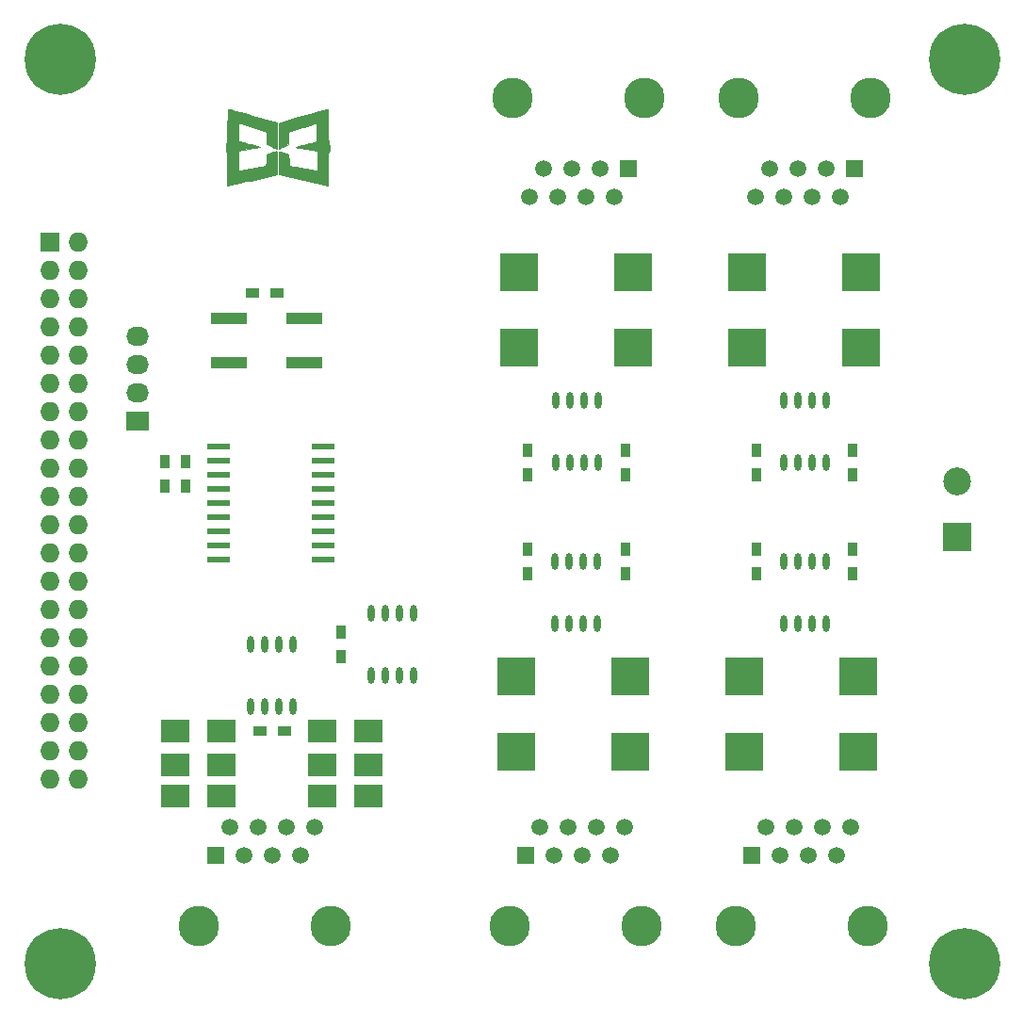
<source format=gts>
G04 #@! TF.FileFunction,Soldermask,Top*
%FSLAX46Y46*%
G04 Gerber Fmt 4.6, Leading zero omitted, Abs format (unit mm)*
G04 Created by KiCad (PCBNEW 4.0.4-stable) date Tue Nov 29 12:41:02 2016*
%MOMM*%
%LPD*%
G01*
G04 APERTURE LIST*
%ADD10C,0.100000*%
%ADD11C,0.010000*%
%ADD12R,1.727200X1.727200*%
%ADD13O,1.727200X1.727200*%
%ADD14R,3.200000X1.000000*%
%ADD15R,0.900000X1.200000*%
%ADD16R,3.500000X3.500000*%
%ADD17C,3.649980*%
%ADD18R,1.501140X1.501140*%
%ADD19C,1.501140*%
%ADD20C,2.500000*%
%ADD21R,2.500000X2.500000*%
%ADD22O,0.609600X1.473200*%
%ADD23R,2.000000X0.600000*%
%ADD24C,6.400000*%
%ADD25R,2.651760X2.029460*%
%ADD26R,1.200000X0.900000*%
%ADD27R,2.032000X1.727200*%
%ADD28O,2.032000X1.727200*%
G04 APERTURE END LIST*
D10*
D11*
G36*
X118576323Y-61210014D02*
X118662665Y-61230488D01*
X118794561Y-61264705D01*
X118964318Y-61310612D01*
X119164243Y-61366152D01*
X119386645Y-61429272D01*
X119453573Y-61448506D01*
X119694085Y-61517818D01*
X119981980Y-61600782D01*
X120303624Y-61693470D01*
X120645382Y-61791951D01*
X120993619Y-61892298D01*
X121334702Y-61990581D01*
X121642837Y-62079368D01*
X122936650Y-62452168D01*
X122936650Y-63606084D01*
X122936019Y-63869575D01*
X122934224Y-64111824D01*
X122931409Y-64325794D01*
X122927721Y-64504450D01*
X122923305Y-64640756D01*
X122918306Y-64727675D01*
X122912870Y-64758172D01*
X122912837Y-64758171D01*
X122876738Y-64745187D01*
X122793836Y-64710768D01*
X122675187Y-64659637D01*
X122531852Y-64596514D01*
X122476275Y-64571737D01*
X122063525Y-64387131D01*
X122031775Y-63220415D01*
X120777650Y-62831593D01*
X120507433Y-62747984D01*
X120256062Y-62670527D01*
X120030007Y-62601192D01*
X119835738Y-62541950D01*
X119679728Y-62494771D01*
X119568445Y-62461624D01*
X119508362Y-62444481D01*
X119499712Y-62442511D01*
X119493356Y-62472806D01*
X119487640Y-62558312D01*
X119482800Y-62690739D01*
X119479072Y-62861799D01*
X119476694Y-63063204D01*
X119475900Y-63276539D01*
X119475900Y-64110828D01*
X119960087Y-64230251D01*
X120326437Y-64321377D01*
X120643064Y-64401740D01*
X120908075Y-64470821D01*
X121119576Y-64528100D01*
X121275671Y-64573060D01*
X121374467Y-64605183D01*
X121414069Y-64623948D01*
X121412322Y-64627817D01*
X121370848Y-64636214D01*
X121274703Y-64652900D01*
X121131986Y-64676556D01*
X120950795Y-64705864D01*
X120739230Y-64739505D01*
X120505388Y-64776160D01*
X120414080Y-64790341D01*
X119460025Y-64938136D01*
X119443173Y-66761704D01*
X119515099Y-66745971D01*
X119562348Y-66736925D01*
X119661981Y-66718762D01*
X119805723Y-66692939D01*
X119985299Y-66660913D01*
X120192434Y-66624140D01*
X120418855Y-66584078D01*
X120656285Y-66542183D01*
X120896451Y-66499911D01*
X121131077Y-66458719D01*
X121351889Y-66420064D01*
X121550613Y-66385402D01*
X121718974Y-66356190D01*
X121848696Y-66333885D01*
X121931506Y-66319943D01*
X121959030Y-66315750D01*
X121965805Y-66285777D01*
X121974132Y-66202882D01*
X121983214Y-66077597D01*
X121992255Y-65920459D01*
X121998017Y-65799812D01*
X122006910Y-65625005D01*
X122016921Y-65472990D01*
X122027137Y-65354864D01*
X122036644Y-65281727D01*
X122042122Y-65263457D01*
X122079161Y-65246943D01*
X122164708Y-65216690D01*
X122286355Y-65176881D01*
X122431692Y-65131698D01*
X122444525Y-65127809D01*
X122595172Y-65082208D01*
X122727185Y-65042176D01*
X122826729Y-65011914D01*
X122879966Y-64995623D01*
X122881087Y-64995274D01*
X122896158Y-64993847D01*
X122908236Y-65004077D01*
X122917649Y-65032149D01*
X122924728Y-65084250D01*
X122929801Y-65166565D01*
X122933198Y-65285280D01*
X122935249Y-65446580D01*
X122936283Y-65656651D01*
X122936630Y-65921679D01*
X122936650Y-66038434D01*
X122936649Y-67098898D01*
X120896712Y-67551613D01*
X120541167Y-67630538D01*
X120199760Y-67706365D01*
X119878237Y-67777815D01*
X119582340Y-67843610D01*
X119317813Y-67902472D01*
X119090401Y-67953121D01*
X118905847Y-67994281D01*
X118769894Y-68024673D01*
X118688288Y-68043018D01*
X118674212Y-68046223D01*
X118491650Y-68088118D01*
X118491650Y-66584948D01*
X118491586Y-66237295D01*
X118491246Y-65947742D01*
X118490404Y-65710893D01*
X118488835Y-65521347D01*
X118486315Y-65373705D01*
X118482617Y-65262570D01*
X118477518Y-65182543D01*
X118470791Y-65128223D01*
X118462213Y-65094214D01*
X118451557Y-65075116D01*
X118438599Y-65065530D01*
X118428150Y-65061625D01*
X118401320Y-65048642D01*
X118383315Y-65022519D01*
X118372394Y-64972191D01*
X118366814Y-64886593D01*
X118364835Y-64754660D01*
X118364649Y-64658173D01*
X118366236Y-64487672D01*
X118371791Y-64370266D01*
X118382506Y-64295611D01*
X118399571Y-64253360D01*
X118412850Y-64239625D01*
X118424415Y-64223727D01*
X118434499Y-64190707D01*
X118443381Y-64135375D01*
X118451339Y-64052542D01*
X118458651Y-63937018D01*
X118465594Y-63783615D01*
X118472448Y-63587142D01*
X118479491Y-63342411D01*
X118486999Y-63044231D01*
X118494691Y-62712304D01*
X118501792Y-62410703D01*
X118509006Y-62128888D01*
X118516132Y-61873140D01*
X118522967Y-61649741D01*
X118529310Y-61464973D01*
X118534958Y-61325116D01*
X118539708Y-61236453D01*
X118543226Y-61205339D01*
X118576323Y-61210014D01*
X118576323Y-61210014D01*
G37*
X118576323Y-61210014D02*
X118662665Y-61230488D01*
X118794561Y-61264705D01*
X118964318Y-61310612D01*
X119164243Y-61366152D01*
X119386645Y-61429272D01*
X119453573Y-61448506D01*
X119694085Y-61517818D01*
X119981980Y-61600782D01*
X120303624Y-61693470D01*
X120645382Y-61791951D01*
X120993619Y-61892298D01*
X121334702Y-61990581D01*
X121642837Y-62079368D01*
X122936650Y-62452168D01*
X122936650Y-63606084D01*
X122936019Y-63869575D01*
X122934224Y-64111824D01*
X122931409Y-64325794D01*
X122927721Y-64504450D01*
X122923305Y-64640756D01*
X122918306Y-64727675D01*
X122912870Y-64758172D01*
X122912837Y-64758171D01*
X122876738Y-64745187D01*
X122793836Y-64710768D01*
X122675187Y-64659637D01*
X122531852Y-64596514D01*
X122476275Y-64571737D01*
X122063525Y-64387131D01*
X122031775Y-63220415D01*
X120777650Y-62831593D01*
X120507433Y-62747984D01*
X120256062Y-62670527D01*
X120030007Y-62601192D01*
X119835738Y-62541950D01*
X119679728Y-62494771D01*
X119568445Y-62461624D01*
X119508362Y-62444481D01*
X119499712Y-62442511D01*
X119493356Y-62472806D01*
X119487640Y-62558312D01*
X119482800Y-62690739D01*
X119479072Y-62861799D01*
X119476694Y-63063204D01*
X119475900Y-63276539D01*
X119475900Y-64110828D01*
X119960087Y-64230251D01*
X120326437Y-64321377D01*
X120643064Y-64401740D01*
X120908075Y-64470821D01*
X121119576Y-64528100D01*
X121275671Y-64573060D01*
X121374467Y-64605183D01*
X121414069Y-64623948D01*
X121412322Y-64627817D01*
X121370848Y-64636214D01*
X121274703Y-64652900D01*
X121131986Y-64676556D01*
X120950795Y-64705864D01*
X120739230Y-64739505D01*
X120505388Y-64776160D01*
X120414080Y-64790341D01*
X119460025Y-64938136D01*
X119443173Y-66761704D01*
X119515099Y-66745971D01*
X119562348Y-66736925D01*
X119661981Y-66718762D01*
X119805723Y-66692939D01*
X119985299Y-66660913D01*
X120192434Y-66624140D01*
X120418855Y-66584078D01*
X120656285Y-66542183D01*
X120896451Y-66499911D01*
X121131077Y-66458719D01*
X121351889Y-66420064D01*
X121550613Y-66385402D01*
X121718974Y-66356190D01*
X121848696Y-66333885D01*
X121931506Y-66319943D01*
X121959030Y-66315750D01*
X121965805Y-66285777D01*
X121974132Y-66202882D01*
X121983214Y-66077597D01*
X121992255Y-65920459D01*
X121998017Y-65799812D01*
X122006910Y-65625005D01*
X122016921Y-65472990D01*
X122027137Y-65354864D01*
X122036644Y-65281727D01*
X122042122Y-65263457D01*
X122079161Y-65246943D01*
X122164708Y-65216690D01*
X122286355Y-65176881D01*
X122431692Y-65131698D01*
X122444525Y-65127809D01*
X122595172Y-65082208D01*
X122727185Y-65042176D01*
X122826729Y-65011914D01*
X122879966Y-64995623D01*
X122881087Y-64995274D01*
X122896158Y-64993847D01*
X122908236Y-65004077D01*
X122917649Y-65032149D01*
X122924728Y-65084250D01*
X122929801Y-65166565D01*
X122933198Y-65285280D01*
X122935249Y-65446580D01*
X122936283Y-65656651D01*
X122936630Y-65921679D01*
X122936650Y-66038434D01*
X122936649Y-67098898D01*
X120896712Y-67551613D01*
X120541167Y-67630538D01*
X120199760Y-67706365D01*
X119878237Y-67777815D01*
X119582340Y-67843610D01*
X119317813Y-67902472D01*
X119090401Y-67953121D01*
X118905847Y-67994281D01*
X118769894Y-68024673D01*
X118688288Y-68043018D01*
X118674212Y-68046223D01*
X118491650Y-68088118D01*
X118491650Y-66584948D01*
X118491586Y-66237295D01*
X118491246Y-65947742D01*
X118490404Y-65710893D01*
X118488835Y-65521347D01*
X118486315Y-65373705D01*
X118482617Y-65262570D01*
X118477518Y-65182543D01*
X118470791Y-65128223D01*
X118462213Y-65094214D01*
X118451557Y-65075116D01*
X118438599Y-65065530D01*
X118428150Y-65061625D01*
X118401320Y-65048642D01*
X118383315Y-65022519D01*
X118372394Y-64972191D01*
X118366814Y-64886593D01*
X118364835Y-64754660D01*
X118364649Y-64658173D01*
X118366236Y-64487672D01*
X118371791Y-64370266D01*
X118382506Y-64295611D01*
X118399571Y-64253360D01*
X118412850Y-64239625D01*
X118424415Y-64223727D01*
X118434499Y-64190707D01*
X118443381Y-64135375D01*
X118451339Y-64052542D01*
X118458651Y-63937018D01*
X118465594Y-63783615D01*
X118472448Y-63587142D01*
X118479491Y-63342411D01*
X118486999Y-63044231D01*
X118494691Y-62712304D01*
X118501792Y-62410703D01*
X118509006Y-62128888D01*
X118516132Y-61873140D01*
X118522967Y-61649741D01*
X118529310Y-61464973D01*
X118534958Y-61325116D01*
X118539708Y-61236453D01*
X118543226Y-61205339D01*
X118576323Y-61210014D01*
G36*
X127481429Y-61215596D02*
X127485130Y-61249394D01*
X127489897Y-61340397D01*
X127495529Y-61482321D01*
X127501827Y-61668884D01*
X127508590Y-61893801D01*
X127515618Y-62150790D01*
X127522712Y-62433569D01*
X127529369Y-62722104D01*
X127537392Y-63074422D01*
X127544702Y-63368467D01*
X127551578Y-63609456D01*
X127558298Y-63802610D01*
X127565142Y-63953146D01*
X127572388Y-64066283D01*
X127580317Y-64147240D01*
X127589207Y-64201236D01*
X127599337Y-64233489D01*
X127610986Y-64249218D01*
X127611050Y-64249265D01*
X127632513Y-64277179D01*
X127646880Y-64330721D01*
X127655367Y-64420349D01*
X127659189Y-64556518D01*
X127659750Y-64668173D01*
X127659001Y-64830392D01*
X127655602Y-64940175D01*
X127647820Y-65008579D01*
X127633922Y-65046662D01*
X127612175Y-65065481D01*
X127596556Y-65071527D01*
X127581910Y-65077817D01*
X127569680Y-65090172D01*
X127559612Y-65113998D01*
X127551451Y-65154702D01*
X127544943Y-65217689D01*
X127539834Y-65308365D01*
X127535870Y-65432136D01*
X127532796Y-65594407D01*
X127530357Y-65800586D01*
X127528301Y-66056077D01*
X127526371Y-66366287D01*
X127525119Y-66590096D01*
X127516875Y-68088607D01*
X125302312Y-67599214D01*
X123087749Y-67109822D01*
X123087750Y-66048896D01*
X123087921Y-65761226D01*
X123088653Y-65530871D01*
X123090277Y-65351647D01*
X123093121Y-65217367D01*
X123097514Y-65121848D01*
X123103787Y-65058904D01*
X123112267Y-65022351D01*
X123123284Y-65006004D01*
X123137168Y-65003679D01*
X123143312Y-65005200D01*
X123194074Y-65020662D01*
X123291807Y-65050209D01*
X123422665Y-65089660D01*
X123572801Y-65134836D01*
X123579875Y-65136963D01*
X123726673Y-65182212D01*
X123850800Y-65222580D01*
X123939836Y-65253880D01*
X123981359Y-65271920D01*
X123982277Y-65272685D01*
X123990811Y-65310059D01*
X124000659Y-65399774D01*
X124010909Y-65530711D01*
X124020648Y-65691750D01*
X124026382Y-65809812D01*
X124035240Y-65982705D01*
X124045220Y-66130961D01*
X124055419Y-66244044D01*
X124064934Y-66311418D01*
X124070593Y-66325750D01*
X124105910Y-66331079D01*
X124195434Y-66346092D01*
X124330855Y-66369324D01*
X124503868Y-66399310D01*
X124706162Y-66434587D01*
X124929432Y-66473690D01*
X125165369Y-66515155D01*
X125405665Y-66557518D01*
X125642013Y-66599315D01*
X125866104Y-66639081D01*
X126069631Y-66675353D01*
X126244286Y-66706665D01*
X126381762Y-66731554D01*
X126473750Y-66748556D01*
X126509300Y-66755560D01*
X126581226Y-66771704D01*
X126572800Y-65858695D01*
X126564375Y-64945686D01*
X125608460Y-64798496D01*
X125368261Y-64761271D01*
X125147435Y-64726591D01*
X124954046Y-64695759D01*
X124796164Y-64670076D01*
X124681854Y-64650848D01*
X124619184Y-64639375D01*
X124610581Y-64637318D01*
X124629472Y-64626468D01*
X124702101Y-64602402D01*
X124820588Y-64567241D01*
X124977051Y-64523108D01*
X125163609Y-64472124D01*
X125372380Y-64416410D01*
X125595483Y-64358088D01*
X125825037Y-64299281D01*
X126053161Y-64242108D01*
X126271974Y-64188693D01*
X126318312Y-64177601D01*
X126548500Y-64122723D01*
X126548500Y-63287486D01*
X126547634Y-63064686D01*
X126545194Y-62864299D01*
X126541417Y-62694609D01*
X126536538Y-62563902D01*
X126530794Y-62480459D01*
X126524687Y-62452511D01*
X126490182Y-62461677D01*
X126401517Y-62487748D01*
X126265164Y-62528753D01*
X126087593Y-62582721D01*
X125875276Y-62647684D01*
X125634682Y-62721670D01*
X125372283Y-62802709D01*
X125246750Y-62841593D01*
X123992625Y-63230415D01*
X123960875Y-64397131D01*
X123548125Y-64581737D01*
X123398602Y-64648022D01*
X123269782Y-64704020D01*
X123172722Y-64745006D01*
X123118481Y-64766260D01*
X123111562Y-64768171D01*
X123106123Y-64738025D01*
X123101121Y-64651415D01*
X123096701Y-64515378D01*
X123093009Y-64336950D01*
X123090189Y-64123166D01*
X123088387Y-63881064D01*
X123087750Y-63617678D01*
X123087750Y-62462221D01*
X124603812Y-62025791D01*
X124931409Y-61931474D01*
X125264248Y-61835626D01*
X125592550Y-61741065D01*
X125906535Y-61650609D01*
X126196421Y-61567076D01*
X126452429Y-61493283D01*
X126664779Y-61432048D01*
X126793173Y-61395000D01*
X126989411Y-61339186D01*
X127164478Y-61290986D01*
X127309445Y-61252727D01*
X127415383Y-61226736D01*
X127473364Y-61215342D01*
X127481429Y-61215596D01*
X127481429Y-61215596D01*
G37*
X127481429Y-61215596D02*
X127485130Y-61249394D01*
X127489897Y-61340397D01*
X127495529Y-61482321D01*
X127501827Y-61668884D01*
X127508590Y-61893801D01*
X127515618Y-62150790D01*
X127522712Y-62433569D01*
X127529369Y-62722104D01*
X127537392Y-63074422D01*
X127544702Y-63368467D01*
X127551578Y-63609456D01*
X127558298Y-63802610D01*
X127565142Y-63953146D01*
X127572388Y-64066283D01*
X127580317Y-64147240D01*
X127589207Y-64201236D01*
X127599337Y-64233489D01*
X127610986Y-64249218D01*
X127611050Y-64249265D01*
X127632513Y-64277179D01*
X127646880Y-64330721D01*
X127655367Y-64420349D01*
X127659189Y-64556518D01*
X127659750Y-64668173D01*
X127659001Y-64830392D01*
X127655602Y-64940175D01*
X127647820Y-65008579D01*
X127633922Y-65046662D01*
X127612175Y-65065481D01*
X127596556Y-65071527D01*
X127581910Y-65077817D01*
X127569680Y-65090172D01*
X127559612Y-65113998D01*
X127551451Y-65154702D01*
X127544943Y-65217689D01*
X127539834Y-65308365D01*
X127535870Y-65432136D01*
X127532796Y-65594407D01*
X127530357Y-65800586D01*
X127528301Y-66056077D01*
X127526371Y-66366287D01*
X127525119Y-66590096D01*
X127516875Y-68088607D01*
X125302312Y-67599214D01*
X123087749Y-67109822D01*
X123087750Y-66048896D01*
X123087921Y-65761226D01*
X123088653Y-65530871D01*
X123090277Y-65351647D01*
X123093121Y-65217367D01*
X123097514Y-65121848D01*
X123103787Y-65058904D01*
X123112267Y-65022351D01*
X123123284Y-65006004D01*
X123137168Y-65003679D01*
X123143312Y-65005200D01*
X123194074Y-65020662D01*
X123291807Y-65050209D01*
X123422665Y-65089660D01*
X123572801Y-65134836D01*
X123579875Y-65136963D01*
X123726673Y-65182212D01*
X123850800Y-65222580D01*
X123939836Y-65253880D01*
X123981359Y-65271920D01*
X123982277Y-65272685D01*
X123990811Y-65310059D01*
X124000659Y-65399774D01*
X124010909Y-65530711D01*
X124020648Y-65691750D01*
X124026382Y-65809812D01*
X124035240Y-65982705D01*
X124045220Y-66130961D01*
X124055419Y-66244044D01*
X124064934Y-66311418D01*
X124070593Y-66325750D01*
X124105910Y-66331079D01*
X124195434Y-66346092D01*
X124330855Y-66369324D01*
X124503868Y-66399310D01*
X124706162Y-66434587D01*
X124929432Y-66473690D01*
X125165369Y-66515155D01*
X125405665Y-66557518D01*
X125642013Y-66599315D01*
X125866104Y-66639081D01*
X126069631Y-66675353D01*
X126244286Y-66706665D01*
X126381762Y-66731554D01*
X126473750Y-66748556D01*
X126509300Y-66755560D01*
X126581226Y-66771704D01*
X126572800Y-65858695D01*
X126564375Y-64945686D01*
X125608460Y-64798496D01*
X125368261Y-64761271D01*
X125147435Y-64726591D01*
X124954046Y-64695759D01*
X124796164Y-64670076D01*
X124681854Y-64650848D01*
X124619184Y-64639375D01*
X124610581Y-64637318D01*
X124629472Y-64626468D01*
X124702101Y-64602402D01*
X124820588Y-64567241D01*
X124977051Y-64523108D01*
X125163609Y-64472124D01*
X125372380Y-64416410D01*
X125595483Y-64358088D01*
X125825037Y-64299281D01*
X126053161Y-64242108D01*
X126271974Y-64188693D01*
X126318312Y-64177601D01*
X126548500Y-64122723D01*
X126548500Y-63287486D01*
X126547634Y-63064686D01*
X126545194Y-62864299D01*
X126541417Y-62694609D01*
X126536538Y-62563902D01*
X126530794Y-62480459D01*
X126524687Y-62452511D01*
X126490182Y-62461677D01*
X126401517Y-62487748D01*
X126265164Y-62528753D01*
X126087593Y-62582721D01*
X125875276Y-62647684D01*
X125634682Y-62721670D01*
X125372283Y-62802709D01*
X125246750Y-62841593D01*
X123992625Y-63230415D01*
X123960875Y-64397131D01*
X123548125Y-64581737D01*
X123398602Y-64648022D01*
X123269782Y-64704020D01*
X123172722Y-64745006D01*
X123118481Y-64766260D01*
X123111562Y-64768171D01*
X123106123Y-64738025D01*
X123101121Y-64651415D01*
X123096701Y-64515378D01*
X123093009Y-64336950D01*
X123090189Y-64123166D01*
X123088387Y-63881064D01*
X123087750Y-63617678D01*
X123087750Y-62462221D01*
X124603812Y-62025791D01*
X124931409Y-61931474D01*
X125264248Y-61835626D01*
X125592550Y-61741065D01*
X125906535Y-61650609D01*
X126196421Y-61567076D01*
X126452429Y-61493283D01*
X126664779Y-61432048D01*
X126793173Y-61395000D01*
X126989411Y-61339186D01*
X127164478Y-61290986D01*
X127309445Y-61252727D01*
X127415383Y-61226736D01*
X127473364Y-61215342D01*
X127481429Y-61215596D01*
D12*
X102565200Y-73152000D03*
D13*
X105105200Y-73152000D03*
X102565200Y-75692000D03*
X105105200Y-75692000D03*
X102565200Y-78232000D03*
X105105200Y-78232000D03*
X102565200Y-80772000D03*
X105105200Y-80772000D03*
X102565200Y-83312000D03*
X105105200Y-83312000D03*
X102565200Y-85852000D03*
X105105200Y-85852000D03*
X102565200Y-88392000D03*
X105105200Y-88392000D03*
X102565200Y-90932000D03*
X105105200Y-90932000D03*
X102565200Y-93472000D03*
X105105200Y-93472000D03*
X102565200Y-96012000D03*
X105105200Y-96012000D03*
X102565200Y-98552000D03*
X105105200Y-98552000D03*
X102565200Y-101092000D03*
X105105200Y-101092000D03*
X102565200Y-103632000D03*
X105105200Y-103632000D03*
X102565200Y-106172000D03*
X105105200Y-106172000D03*
X102565200Y-108712000D03*
X105105200Y-108712000D03*
X102565200Y-111252000D03*
X105105200Y-111252000D03*
X102565200Y-113792000D03*
X105105200Y-113792000D03*
X102565200Y-116332000D03*
X105105200Y-116332000D03*
X102565200Y-118872000D03*
X105105200Y-118872000D03*
X102565200Y-121412000D03*
X105105200Y-121412000D03*
D14*
X118596200Y-84042000D03*
X125396200Y-84042000D03*
X125396200Y-80042000D03*
X118596200Y-80042000D03*
D15*
X145491200Y-94064000D03*
X145491200Y-91864000D03*
D16*
X144729203Y-82651600D03*
X144729203Y-75844400D03*
X154961774Y-82651600D03*
X154961774Y-75844400D03*
X165194345Y-82651600D03*
X165194345Y-75844400D03*
X175426916Y-82651600D03*
X175426916Y-75844400D03*
X175172913Y-112166400D03*
X175172913Y-118973600D03*
X164940342Y-112166400D03*
X164940342Y-118973600D03*
X154707771Y-112166400D03*
X154707771Y-118973600D03*
X144475200Y-112166400D03*
X144475200Y-118973600D03*
D17*
X144124681Y-60198000D03*
X155994101Y-60198000D03*
D18*
X154508201Y-66548000D03*
D19*
X153238201Y-69088000D03*
X151968201Y-66548000D03*
X150698201Y-69088000D03*
X149428201Y-66548000D03*
X148158201Y-69088000D03*
X146888201Y-66548000D03*
X145618201Y-69088000D03*
D17*
X164462711Y-60198000D03*
X176332131Y-60198000D03*
D18*
X174846231Y-66548000D03*
D19*
X173576231Y-69088000D03*
X172306231Y-66548000D03*
X171036231Y-69088000D03*
X169766231Y-66548000D03*
X168496231Y-69088000D03*
X167226231Y-66548000D03*
X165956231Y-69088000D03*
D17*
X176031659Y-134620000D03*
X164162239Y-134620000D03*
D18*
X165648139Y-128270000D03*
D19*
X166918139Y-125730000D03*
X168188139Y-128270000D03*
X169458139Y-125730000D03*
X170728139Y-128270000D03*
X171998139Y-125730000D03*
X173268139Y-128270000D03*
X174538139Y-125730000D03*
D17*
X155693629Y-134620000D03*
X143824209Y-134620000D03*
D18*
X145310109Y-128270000D03*
D19*
X146580109Y-125730000D03*
X147850109Y-128270000D03*
X149120109Y-125730000D03*
X150390109Y-128270000D03*
X151660109Y-125730000D03*
X152930109Y-128270000D03*
X154200109Y-125730000D03*
D17*
X127807720Y-134620000D03*
X115938300Y-134620000D03*
D18*
X117424200Y-128270000D03*
D19*
X118694200Y-125730000D03*
X119964200Y-128270000D03*
X121234200Y-125730000D03*
X122504200Y-128270000D03*
X123774200Y-125730000D03*
X125044200Y-128270000D03*
X126314200Y-125730000D03*
D20*
X184099200Y-94695000D03*
D21*
X184099200Y-99695000D03*
D22*
X148031200Y-92964000D03*
X149301200Y-92964000D03*
X150571200Y-92964000D03*
X151841200Y-92964000D03*
X151841200Y-87376000D03*
X150571200Y-87376000D03*
X149301200Y-87376000D03*
X148031200Y-87376000D03*
X168478200Y-92964000D03*
X169748200Y-92964000D03*
X171018200Y-92964000D03*
X172288200Y-92964000D03*
X172288200Y-87376000D03*
X171018200Y-87376000D03*
X169748200Y-87376000D03*
X168478200Y-87376000D03*
X172288200Y-101854000D03*
X171018200Y-101854000D03*
X169748200Y-101854000D03*
X168478200Y-101854000D03*
X168478200Y-107442000D03*
X169748200Y-107442000D03*
X171018200Y-107442000D03*
X172288200Y-107442000D03*
X151714200Y-101854000D03*
X150444200Y-101854000D03*
X149174200Y-101854000D03*
X147904200Y-101854000D03*
X147904200Y-107442000D03*
X149174200Y-107442000D03*
X150444200Y-107442000D03*
X151714200Y-107442000D03*
X135204200Y-106553000D03*
X133934200Y-106553000D03*
X132664200Y-106553000D03*
X131394200Y-106553000D03*
X131394200Y-112141000D03*
X132664200Y-112141000D03*
X133934200Y-112141000D03*
X135204200Y-112141000D03*
D23*
X117677200Y-91567000D03*
X117677200Y-92837000D03*
X117677200Y-94107000D03*
X117677200Y-95377000D03*
X117677200Y-96647000D03*
X117677200Y-97917000D03*
X117677200Y-99187000D03*
X117677200Y-100457000D03*
X117677200Y-101727000D03*
X127077200Y-101727000D03*
X127077200Y-100457000D03*
X127077200Y-99187000D03*
X127077200Y-97917000D03*
X127077200Y-96647000D03*
X127077200Y-95377000D03*
X127077200Y-94107000D03*
X127077200Y-92837000D03*
X127077200Y-91567000D03*
D22*
X124409200Y-109347000D03*
X123139200Y-109347000D03*
X121869200Y-109347000D03*
X120599200Y-109347000D03*
X120599200Y-114935000D03*
X121869200Y-114935000D03*
X123139200Y-114935000D03*
X124409200Y-114935000D03*
D24*
X184734200Y-56769000D03*
X103454200Y-138049000D03*
X103454200Y-56769000D03*
X184734200Y-138049000D03*
D25*
X113814860Y-122936000D03*
X117985540Y-122936000D03*
X113814860Y-117094000D03*
X117985540Y-117094000D03*
X113814860Y-120142000D03*
X117985540Y-120142000D03*
X131193540Y-117094000D03*
X127022860Y-117094000D03*
X131193540Y-120187720D03*
X127022860Y-120187720D03*
X131193540Y-122936000D03*
X127022860Y-122936000D03*
D15*
X128727200Y-110447000D03*
X128727200Y-108247000D03*
X114757200Y-95080000D03*
X114757200Y-92880000D03*
X112852200Y-95080000D03*
X112852200Y-92880000D03*
X154254200Y-94064000D03*
X154254200Y-91864000D03*
X174701200Y-94064000D03*
X174701200Y-91864000D03*
X166065200Y-94064000D03*
X166065200Y-91864000D03*
X166065200Y-100754000D03*
X166065200Y-102954000D03*
X174701200Y-100754000D03*
X174701200Y-102954000D03*
X145491200Y-100754000D03*
X145491200Y-102954000D03*
X154254200Y-100754000D03*
X154254200Y-102954000D03*
D26*
X121404200Y-117094000D03*
X123604200Y-117094000D03*
D27*
X110439200Y-89281000D03*
D28*
X110439200Y-86741000D03*
X110439200Y-84201000D03*
X110439200Y-81661000D03*
D26*
X122969200Y-77724000D03*
X120769200Y-77724000D03*
M02*

</source>
